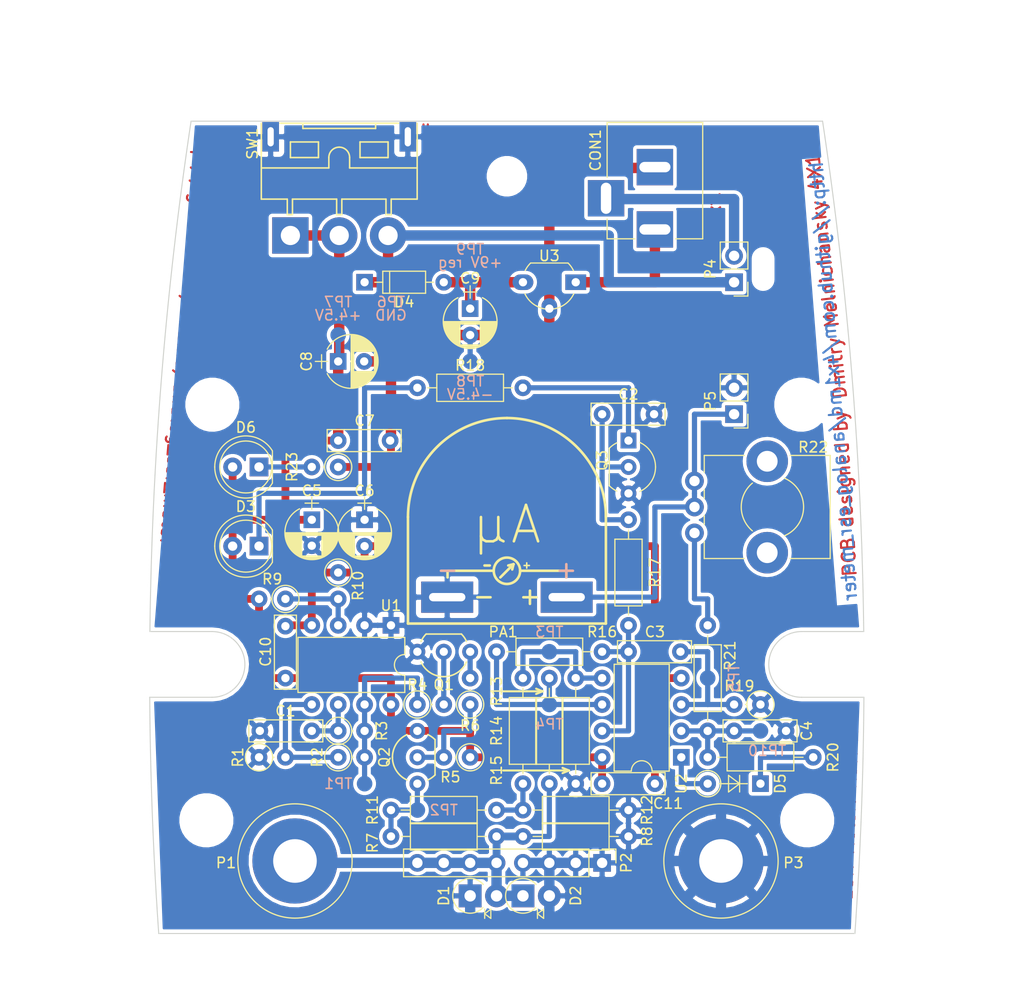
<source format=kicad_pcb>
(kicad_pcb (version 4) (host pcbnew 4.0.7-e2-6376~58~ubuntu16.04.1)
  (title_block (title "Analog ESR meter") (rev A))
  (layers (0 F.Cu signal) (31 B.Cu signal) (34 B.Paste user) (35 F.Paste user) (36 B.SilkS user) (37 F.SilkS user) (38 B.Mask user) (39 F.Mask user) (44 Edge.Cuts user))
  (net 0 "")
  (net 1 "Net-(C1-Pad1)")
  (net 2 "Net-(C2-Pad1)")
  (net 3 GNDREF)
  (net 4 "Net-(C4-Pad1)")
  (net 5 "Net-(CON1-Pad3)")
  (net 6 "Net-(Q1-Pad2)")
  (net 7 "Net-(Q1-Pad1)")
  (net 8 "Net-(R11-Pad1)")
  (net 9 "Net-(C3-Pad2)")
  (net 10 "Net-(D5-Pad2)")
  (net 11 "Net-(Q2-Pad2)")
  (net 12 "Net-(Q2-Pad1)")
  (net 13 "Net-(C3-Pad1)")
  (net 14 /-4.5V)
  (net 15 "Net-(D3-Pad1)")
  (net 16 "Net-(P5-Pad1)")
  (net 17 "Net-(R1-Pad2)")
  (net 18 "Net-(R2-Pad2)")
  (net 19 "Net-(R10-Pad2)")
  (net 20 "Net-(R13-Pad2)")
  (net 21 "Net-(R14-Pad2)")
  (net 22 "Net-(R21-Pad1)")
  (net 23 "Net-(Q3-Pad1)")
  (net 24 "Net-(D6-Pad1)")
  (net 25 "Net-(D5-Pad1)")
  (net 26 /CX)
  (net 27 /+9V_REG)
  (net 28 /EXT_VIN)
  (net 29 /+9V)
  (net 30 /+4.5V)
  (module Resistors_THT:R_Axial_DIN0207_L6.3mm_D2.5mm_P2.54mm_Vertical (layer F.Cu) (at 149.86 104.14 90)
    (fp_text reference R6 (at -2.032 0 180) (layer F.SilkS))
    (fp_text value 12K)
    (pad 1 thru_hole circle (at 0 0 90) (size 1.6 1.6) (drill 0.8) (layers *.Cu *.Paste *.Mask) (net 11 "Net-(Q2-Pad2)"))
    (pad 2 thru_hole oval (at 2.54 0 90) (size 1.6 1.6) (drill 0.8) (layers *.Cu *.Paste *.Mask) (net 7 "Net-(Q1-Pad1)"))
  )
  (module TO_SOT_Packages_THT:TO-92_Inline_Wide (layer F.Cu) (at 149.86 99.06 180)
    (fp_text reference Q1 (at 2.54 -3.175 180) (layer F.SilkS))
    (fp_text value BC547)
    (pad 2 thru_hole circle (at 2.54 0 270) (size 1.524 1.524) (drill 0.8) (layers *.Cu *.Paste *.Mask) (net 6 "Net-(Q1-Pad2)"))
    (pad 3 thru_hole circle (at 5.08 0 270) (size 1.524 1.524) (drill 0.8) (layers *.Cu *.Paste *.Mask) (net 3 GNDREF))
    (pad 1 thru_hole circle (at 0 0 270) (size 1.524 1.524) (drill 0.8) (layers *.Cu *.Paste *.Mask) (net 7 "Net-(Q1-Pad1)"))
  )
  (module Mounting_Holes:MountingHole_3.2mm_M3_DIN965 (layer F.Cu) (at 182.3 115.285)
    (fp_text reference MH5 hide)
    (fp_text value 3.2mm_M3_DIN965)
    (pad "" np_thru_hole circle (at 0 0) (size 3.2 3.2) (drill 3.2) (layers *.Cu *.Paste *.Mask) (clearance 1))
  )
  (module Mounting_Holes:MountingHole_3.2mm_M3_DIN965 (layer F.Cu) (at 124.475 115.285)
    (fp_text reference MH4 hide)
    (fp_text value 3.2mm_M3_DIN965)
    (pad "" np_thru_hole circle (at 0 0) (size 3.2 3.2) (drill 3.2) (layers *.Cu *.Paste *.Mask) (clearance 1))
  )
  (module Mounting_Holes:MountingHole_3.2mm_M3_DIN965 (layer F.Cu) (at 181.73 75.285)
    (fp_text reference MH3 hide)
    (fp_text value 3.2mm_M3_DIN965)
    (pad "" np_thru_hole circle (at 0 0) (size 3.2 3.2) (drill 3.2) (layers *.Cu *.Paste *.Mask) (clearance 1))
  )
  (module Mounting_Holes:MountingHole_3.2mm_M3_DIN965 (layer F.Cu) (at 125.0476 75.285)
    (fp_text reference MH2 hide)
    (fp_text value 3.2mm_M3_DIN965)
    (pad "" np_thru_hole circle (at 0 0) (size 3.2 3.2) (drill 3.2) (layers *.Cu *.Paste *.Mask) (clearance 1))
  )
  (module Potentiometers:Potentiometer_Alps_RK09K_Horizontal (layer F.Cu) (at 171.45 87.63)
    (fp_text reference R22 (at 11.43 -8.255) (layer F.SilkS))
    (fp_text value 10K)
    (pad 3 thru_hole circle (at 0 -5) (size 1.8 1.8) (drill 1) (layers *.Cu *.Paste *.Mask) (net 16 "Net-(P5-Pad1)"))
    (pad 2 thru_hole circle (at 0 -2.5) (size 1.8 1.8) (drill 1) (layers *.Cu *.Paste *.Mask) (net 16 "Net-(P5-Pad1)"))
    (pad 1 thru_hole circle (at 0 0) (size 1.8 1.8) (drill 1) (layers *.Cu *.Paste *.Mask) (net 22 "Net-(R21-Pad1)"))
    (pad 0 thru_hole oval (at 7 -6.9) (size 4 4) (drill 2) (layers *.Cu *.Mask))
    (pad 0 thru_hole oval (at 7 1.9) (size 4 4) (drill 2) (layers *.Cu *.Mask))
  )
  (module TO_SOT_Packages_THT:TO-92_Inline_Wide (layer F.Cu) (at 144.78 111.76 90)
    (fp_text reference Q2 (at 2.54 -3.175 270) (layer F.SilkS))
    (fp_text value BC557)
    (pad 2 thru_hole circle (at 2.54 0 180) (size 1.524 1.524) (drill 0.8) (layers *.Cu *.Paste *.Mask) (net 11 "Net-(Q2-Pad2)"))
    (pad 3 thru_hole circle (at 5.08 0 180) (size 1.524 1.524) (drill 0.8) (layers *.Cu *.Paste *.Mask) (net 30 /+4.5V))
    (pad 1 thru_hole circle (at 0 0 180) (size 1.524 1.524) (drill 0.8) (layers *.Cu *.Paste *.Mask) (net 12 "Net-(Q2-Pad1)"))
  )
  (module Capacitors_THT:CP_Radial_D5.0mm_P2.50mm (layer F.Cu) (at 134.62 86.36 270)
    (fp_text reference C5 (at -2.794 0 540) (layer F.SilkS))
    (fp_text value 1uF)
    (pad 1 thru_hole rect (at 0 0 270) (size 1.6 1.6) (drill 0.8) (layers *.Cu *.Paste *.Mask) (net 30 /+4.5V))
    (pad 2 thru_hole circle (at 2.5 0 270) (size 1.6 1.6) (drill 0.8) (layers *.Cu *.Paste *.Mask) (net 3 GNDREF))
  )
  (module Capacitors_THT:CP_Radial_D5.0mm_P2.50mm (layer F.Cu) (at 139.7 86.36 270)
    (fp_text reference C6 (at -2.794 0 360) (layer F.SilkS))
    (fp_text value 1uF)
    (pad 1 thru_hole rect (at 0 0 270) (size 1.6 1.6) (drill 0.8) (layers *.Cu *.Paste *.Mask) (net 3 GNDREF))
    (pad 2 thru_hole circle (at 2.54 0 270) (size 1.6 1.6) (drill 0.8) (layers *.Cu *.Paste *.Mask) (net 14 /-4.5V))
  )
  (module Capacitors_THT:CP_Radial_D5.0mm_P2.50mm (layer F.Cu) (at 137.16 71.12)
    (fp_text reference C8 (at -3.048 0 270) (layer F.SilkS))
    (fp_text value 22uF)
    (pad 1 thru_hole rect (at 0 0) (size 1.6 1.6) (drill 0.8) (layers *.Cu *.Paste *.Mask) (net 30 /+4.5V))
    (pad 2 thru_hole circle (at 2.5 0) (size 1.6 1.6) (drill 0.8) (layers *.Cu *.Paste *.Mask) (net 14 /-4.5V))
  )
  (module Capacitors_THT:CP_Radial_D5.0mm_P2.50mm (layer F.Cu) (at 149.86 66.04 270)
    (fp_text reference C9 (at -2.921 0 540) (layer F.SilkS))
    (fp_text value 10uF)
    (pad 1 thru_hole rect (at 0 0 270) (size 1.6 1.6) (drill 0.8) (layers *.Cu *.Paste *.Mask) (net 27 /+9V_REG))
    (pad 2 thru_hole circle (at 2.54 0 270) (size 1.6 1.6) (drill 0.8) (layers *.Cu *.Paste *.Mask) (net 14 /-4.5V))
  )
  (module Diodes_THT:D_DO-35_SOD27_P7.62mm_Horizontal (layer F.Cu) (at 139.7 63.5)
    (fp_text reference D4 (at 3.81 1.905 180) (layer F.SilkS))
    (fp_text value BAT60)
    (pad 1 thru_hole rect (at 0 0) (size 1.6 1.6) (drill 0.8) (layers *.Cu *.Paste *.Mask) (net 29 /+9V))
    (pad 2 thru_hole oval (at 7.62 0) (size 1.6 1.6) (drill 0.8) (layers *.Cu *.Paste *.Mask) (net 27 /+9V_REG))
  )
  (module Pin_Headers:Pin_Header_Straight_1x02_Pitch2.54mm (layer F.Cu) (at 175.26 63.5 180)
    (fp_text reference P4 (at 2.286 1.27 270) (layer F.SilkS))
    (fp_text value "9V battery")
    (pad 1 thru_hole rect (at 0 0 180) (size 1.7 1.7) (drill 1) (layers *.Cu *.Paste *.Mask) (net 29 /+9V))
    (pad 2 thru_hole oval (at 0 2.54 180) (size 1.7 1.7) (drill 1) (layers *.Cu *.Paste *.Mask) (net 5 "Net-(CON1-Pad3)"))
  )
  (module Resistors_THT:R_Axial_DIN0207_L6.3mm_D2.5mm_P10.16mm_Horizontal (layer F.Cu) (at 152.4 116.84 180)
    (fp_text reference R7 (at 11.938 -0.635 270) (layer F.SilkS))
    (fp_text value 1K)
    (pad 1 thru_hole circle (at 0 0 180) (size 1.6 1.6) (drill 0.8) (layers *.Cu *.Paste *.Mask) (net 26 /CX))
    (pad 2 thru_hole oval (at 10.16 0 180) (size 1.6 1.6) (drill 0.8) (layers *.Cu *.Paste *.Mask) (net 12 "Net-(Q2-Pad1)"))
  )
  (module Resistors_THT:R_Axial_DIN0207_L6.3mm_D2.5mm_P10.16mm_Horizontal (layer F.Cu) (at 154.94 116.84)
    (fp_text reference R8 (at 11.938 0 270) (layer F.SilkS))
    (fp_text value 22)
    (pad 1 thru_hole circle (at 0 0) (size 1.6 1.6) (drill 0.8) (layers *.Cu *.Paste *.Mask) (net 26 /CX))
    (pad 2 thru_hole oval (at 10.16 0) (size 1.6 1.6) (drill 0.8) (layers *.Cu *.Paste *.Mask) (net 3 GNDREF))
  )
  (module Resistors_THT:R_Axial_DIN0207_L6.3mm_D2.5mm_P10.16mm_Horizontal (layer F.Cu) (at 152.4 114.3 180)
    (fp_text reference R11 (at 11.938 0 450) (layer F.SilkS))
    (fp_text value 1K)
    (pad 1 thru_hole circle (at 0 0 180) (size 1.6 1.6) (drill 0.8) (layers *.Cu *.Paste *.Mask) (net 8 "Net-(R11-Pad1)"))
    (pad 2 thru_hole oval (at 10.16 0 180) (size 1.6 1.6) (drill 0.8) (layers *.Cu *.Paste *.Mask) (net 12 "Net-(Q2-Pad1)"))
  )
  (module Resistors_THT:R_Axial_DIN0207_L6.3mm_D2.5mm_P10.16mm_Horizontal (layer F.Cu) (at 154.94 114.3)
    (fp_text reference R12 (at 11.938 0 270) (layer F.SilkS))
    (fp_text value 22)
    (pad 1 thru_hole circle (at 0 0) (size 1.6 1.6) (drill 0.8) (layers *.Cu *.Paste *.Mask) (net 8 "Net-(R11-Pad1)"))
    (pad 2 thru_hole oval (at 10.16 0) (size 1.6 1.6) (drill 0.8) (layers *.Cu *.Paste *.Mask) (net 3 GNDREF))
  )
  (module Resistors_THT:R_Axial_DIN0207_L6.3mm_D2.5mm_P10.16mm_Horizontal (layer F.Cu) (at 165.1 86.36 270)
    (fp_text reference R17 (at 5.08 -2.54 450) (layer F.SilkS))
    (fp_text value 15K)
    (pad 1 thru_hole circle (at 0 0 270) (size 1.6 1.6) (drill 0.8) (layers *.Cu *.Paste *.Mask) (net 2 "Net-(C2-Pad1)"))
    (pad 2 thru_hole oval (at 10.16 0 270) (size 1.6 1.6) (drill 0.8) (layers *.Cu *.Paste *.Mask) (net 13 "Net-(C3-Pad1)"))
  )
  (module Resistors_THT:R_Axial_DIN0207_L6.3mm_D2.5mm_P10.16mm_Horizontal (layer F.Cu) (at 172.72 96.52 270)
    (fp_text reference R21 (at 2.921 -2.159 450) (layer F.SilkS))
    (fp_text value 1K)
    (pad 1 thru_hole circle (at 0 0 270) (size 1.6 1.6) (drill 0.8) (layers *.Cu *.Paste *.Mask) (net 22 "Net-(R21-Pad1)"))
    (pad 2 thru_hole oval (at 10.16 0 270) (size 1.6 1.6) (drill 0.8) (layers *.Cu *.Paste *.Mask) (net 4 "Net-(C4-Pad1)"))
  )
  (module Pin_Headers:Pin_Header_Straight_1x02_Pitch2.54mm (layer F.Cu) (at 175.26 76.2 180)
    (fp_text reference P5 (at 2.286 1.27 270) (layer F.SilkS))
    (fp_text value "uA connector")
    (pad 1 thru_hole rect (at 0 0 180) (size 1.7 1.7) (drill 1) (layers *.Cu *.Paste *.Mask) (net 16 "Net-(P5-Pad1)"))
    (pad 2 thru_hole oval (at 0 2.54 180) (size 1.7 1.7) (drill 1) (layers *.Cu *.Paste *.Mask) (net 3 GNDREF))
  )
  (module TO_SOT_Packages_THT:TO-92_Molded_Wide_Oval (layer F.Cu) (at 160.02 63.5 180)
    (fp_text reference U3 (at 2.54 2.54 180) (layer F.SilkS))
    (fp_text value LM7809CT)
    (pad 2 thru_hole oval (at 2.54 -2.54 270) (size 2 1.5) (drill 0.8) (layers *.Cu *.Paste *.Mask) (net 14 /-4.5V))
    (pad 1 thru_hole rect (at 0 0 270) (size 1.5 2) (drill 0.8) (layers *.Cu *.Paste *.Mask) (net 28 /EXT_VIN))
    (pad 3 thru_hole oval (at 5.08 0 270) (size 1.5 2) (drill 0.8) (layers *.Cu *.Paste *.Mask) (net 27 /+9V_REG))
  )
  (module TO_SOT_Packages_THT:TO-92_Inline_Wide (layer F.Cu) (at 165.1 78.74 270)
    (fp_text reference Q3 (at 1.905 2.54 450) (layer F.SilkS))
    (fp_text value BC547)
    (pad 2 thru_hole circle (at 2.54 0) (size 1.52 1.52) (drill 0.8) (layers *.Cu *.Paste *.Mask) (net 2 "Net-(C2-Pad1)"))
    (pad 3 thru_hole circle (at 5.08 0) (size 1.52 1.52) (drill 0.8) (layers *.Cu *.Paste *.Mask) (net 3 GNDREF))
    (pad 1 thru_hole rect (at 0 0) (size 1.52 1.52) (drill 0.8) (layers *.Cu *.Paste *.Mask) (net 23 "Net-(Q3-Pad1)"))
  )
  (module Capacitors_THT:C_Rect_L7.0mm_W2.0mm_P5.00mm (layer F.Cu) (at 134.62 106.68 180)
    (fp_text reference C1 (at 2.54 1.905 360) (layer F.SilkS))
    (fp_text value 1nF)
    (pad 1 thru_hole circle (at 0 0 180) (size 1.6 1.6) (drill 0.8) (layers *.Cu *.Paste *.Mask) (net 1 "Net-(C1-Pad1)"))
    (pad 2 thru_hole circle (at 5 0 180) (size 1.6 1.6) (drill 0.8) (layers *.Cu *.Paste *.Mask) (net 3 GNDREF))
  )
  (module Capacitors_THT:C_Rect_L7.0mm_W2.0mm_P5.00mm (layer F.Cu) (at 162.56 76.2)
    (fp_text reference C2 (at 2.54 -1.905 180) (layer F.SilkS))
    (fp_text value 1uF)
    (pad 1 thru_hole circle (at 0 0) (size 1.6 1.6) (drill 0.8) (layers *.Cu *.Paste *.Mask) (net 2 "Net-(C2-Pad1)"))
    (pad 2 thru_hole circle (at 5 0) (size 1.6 1.6) (drill 0.8) (layers *.Cu *.Paste *.Mask) (net 3 GNDREF))
  )
  (module Capacitors_THT:C_Rect_L7.0mm_W2.0mm_P5.00mm (layer F.Cu) (at 165.1 99.06)
    (fp_text reference C3 (at 2.54 -1.905 180) (layer F.SilkS))
    (fp_text value 0.1uF)
    (pad 1 thru_hole circle (at 0 0) (size 1.6 1.6) (drill 0.8) (layers *.Cu *.Paste *.Mask) (net 13 "Net-(C3-Pad1)"))
    (pad 2 thru_hole circle (at 5 0) (size 1.6 1.6) (drill 0.8) (layers *.Cu *.Paste *.Mask) (net 9 "Net-(C3-Pad2)"))
  )
  (module Capacitors_THT:C_Rect_L7.0mm_W2.0mm_P5.00mm (layer F.Cu) (at 175.26 106.68)
    (fp_text reference C4 (at 6.985 0 270) (layer F.SilkS))
    (fp_text value 1uF)
    (pad 1 thru_hole circle (at 0 0) (size 1.6 1.6) (drill 0.8) (layers *.Cu *.Paste *.Mask) (net 4 "Net-(C4-Pad1)"))
    (pad 2 thru_hole circle (at 5 0) (size 1.6 1.6) (drill 0.8) (layers *.Cu *.Paste *.Mask) (net 3 GNDREF))
  )
  (module Capacitors_THT:C_Rect_L7.0mm_W2.0mm_P5.00mm (layer F.Cu) (at 137.16 78.74)
    (fp_text reference C7 (at 2.54 -1.905 180) (layer F.SilkS))
    (fp_text value 0.1uF)
    (pad 1 thru_hole circle (at 0 0) (size 1.6 1.6) (drill 0.8) (layers *.Cu *.Paste *.Mask) (net 30 /+4.5V))
    (pad 2 thru_hole circle (at 5 0) (size 1.6 1.6) (drill 0.8) (layers *.Cu *.Paste *.Mask) (net 14 /-4.5V))
  )
  (module Mounting_Holes:MountingHole_3.2mm_M3_DIN965 (layer F.Cu) (at 153.4 53.3)
    (fp_text reference MH1 hide)
    (fp_text value 3.2mm_M3_DIN965)
    (pad "" np_thru_hole circle (at 0 0) (size 3.2 3.2) (drill 3.2) (layers *.Cu *.Mask B.Paste))
  )
  (module Housings_DIP:DIP-8_W7.62mm (layer F.Cu) (at 142.24 96.52 270)
    (fp_text reference U1 (at -1.905 0 360) (layer F.SilkS))
    (fp_text value TL082)
    (pad 1 thru_hole rect (at 0 0 270) (size 1.6 1.6) (drill 0.8) (layers *.Cu *.Paste *.Mask) (net 3 GNDREF))
    (pad 5 thru_hole oval (at 7.62 7.62 270) (size 1.6 1.6) (drill 0.8) (layers *.Cu *.Paste *.Mask) (net 17 "Net-(R1-Pad2)"))
    (pad 2 thru_hole oval (at 0 2.54 270) (size 1.6 1.6) (drill 0.8) (layers *.Cu *.Paste *.Mask) (net 3 GNDREF))
    (pad 6 thru_hole oval (at 7.62 5.08 270) (size 1.6 1.6) (drill 0.8) (layers *.Cu *.Paste *.Mask) (net 1 "Net-(C1-Pad1)"))
    (pad 3 thru_hole oval (at 0 5.08 270) (size 1.6 1.6) (drill 0.8) (layers *.Cu *.Paste *.Mask) (net 19 "Net-(R10-Pad2)"))
    (pad 7 thru_hole oval (at 7.62 2.54 270) (size 1.6 1.6) (drill 0.8) (layers *.Cu *.Paste *.Mask) (net 18 "Net-(R2-Pad2)"))
    (pad 4 thru_hole oval (at 0 7.62 270) (size 1.6 1.6) (drill 0.8) (layers *.Cu *.Paste *.Mask) (net 14 /-4.5V))
    (pad 8 thru_hole oval (at 7.62 0 270) (size 1.6 1.6) (drill 0.8) (layers *.Cu *.Paste *.Mask) (net 30 /+4.5V))
  )
  (module Housings_DIP:DIP-8_W7.62mm (layer F.Cu) (at 170.18 109.22 180)
    (fp_text reference U2 (at 0 -2.54 450) (layer F.SilkS))
    (fp_text value TL082)
    (pad 1 thru_hole rect (at 0 0 180) (size 1.6 1.6) (drill 0.8) (layers *.Cu *.Paste *.Mask) (net 10 "Net-(D5-Pad2)"))
    (pad 5 thru_hole oval (at 7.62 7.62 180) (size 1.6 1.6) (drill 0.8) (layers *.Cu *.Paste *.Mask) (net 21 "Net-(R14-Pad2)"))
    (pad 2 thru_hole oval (at 0 2.54 180) (size 1.6 1.6) (drill 0.8) (layers *.Cu *.Paste *.Mask) (net 4 "Net-(C4-Pad1)"))
    (pad 6 thru_hole oval (at 7.62 5.08 180) (size 1.6 1.6) (drill 0.8) (layers *.Cu *.Paste *.Mask) (net 20 "Net-(R13-Pad2)"))
    (pad 3 thru_hole oval (at 0 5.08 180) (size 1.6 1.6) (drill 0.8) (layers *.Cu *.Paste *.Mask) (net 9 "Net-(C3-Pad2)"))
    (pad 7 thru_hole oval (at 7.62 2.54 180) (size 1.6 1.6) (drill 0.8) (layers *.Cu *.Paste *.Mask) (net 13 "Net-(C3-Pad1)"))
    (pad 4 thru_hole oval (at 0 7.62 180) (size 1.6 1.6) (drill 0.8) (layers *.Cu *.Paste *.Mask) (net 14 /-4.5V))
    (pad 8 thru_hole oval (at 7.62 0 180) (size 1.6 1.6) (drill 0.8) (layers *.Cu *.Paste *.Mask) (net 30 /+4.5V))
  )
  (module Measurement_Points:Measurement_Point_Round-SMD-Pad_Small (layer B.Cu) (at 139.7 111.76)
    (fp_text reference TP1 (at -2.54 0) (layer B.SilkS) (effects (justify mirror)))
    (fp_text value "Osc. out")
    (pad 1 smd circle (at 0 0) (size 1.5 1.5) (layers B.Cu B.Mask) (net 18 "Net-(R2-Pad2)"))
  )
  (module Measurement_Points:Measurement_Point_Round-SMD-Pad_Small (layer B.Cu) (at 144.78 114.3)
    (fp_text reference TP2 (at 2.54 0) (layer B.SilkS) (effects (justify mirror)))
    (fp_text value Bridge)
    (pad 1 smd circle (at 0 0) (size 1.5 1.5) (layers B.Cu B.Mask) (net 12 "Net-(Q2-Pad1)"))
  )
  (module Measurement_Points:Measurement_Point_Round-SMD-Pad_Small (layer B.Cu) (at 157.48 99.06)
    (fp_text reference TP3 (at 0 -1.905) (layer B.SilkS) (effects (justify mirror)))
    (fp_text value "Amp. (+)")
    (pad 1 smd circle (at 0 0) (size 1.5 1.5) (layers B.Cu B.Mask) (net 21 "Net-(R14-Pad2)"))
  )
  (module Measurement_Points:Measurement_Point_Round-SMD-Pad_Small (layer B.Cu) (at 157.48 104.14)
    (fp_text reference TP4 (at 0 1.905) (layer B.SilkS) (effects (justify mirror)))
    (fp_text value "Amp (-)")
    (pad 1 smd circle (at 0 0) (size 1.5 1.5) (layers B.Cu B.Mask) (net 20 "Net-(R13-Pad2)"))
  )
  (module Measurement_Points:Measurement_Point_Round-SMD-Pad_Small (layer B.Cu) (at 172.72 101.6)
    (fp_text reference TP5 (at 2.54 0 90) (layer B.SilkS) (effects (justify mirror)))
    (fp_text value "Amp. out")
    (pad 1 smd circle (at 0 0) (size 1.5 1.5) (layers B.Cu B.Mask) (net 9 "Net-(C3-Pad2)"))
  )
  (module Measurement_Points:Measurement_Point_Round-SMD-Pad_Small (layer B.Cu) (at 142.24 68.58)
    (fp_text reference TP6 (at 0 -3.175) (layer B.SilkS) (effects (justify mirror)))
    (fp_text value GND (at 0 -1.905) (layer B.SilkS) (effects (justify mirror)))
    (pad 1 smd circle (at 0 0) (size 1.5 1.5) (layers B.Cu B.Mask) (net 3 GNDREF))
  )
  (module Measurement_Points:Measurement_Point_Round-SMD-Pad_Small (layer B.Cu) (at 137.16 68.58)
    (fp_text reference TP7 (at 0 -3.175) (layer B.SilkS) (effects (justify mirror)))
    (fp_text value +4.5V (at 0 -1.905) (layer B.SilkS) (effects (justify mirror)))
    (pad 1 smd circle (at 0 0) (size 1.5 1.5) (layers B.Cu B.Mask) (net 30 /+4.5V))
  )
  (module Measurement_Points:Measurement_Point_Round-SMD-Pad_Small (layer B.Cu) (at 149.86 71.12)
    (fp_text reference TP8 (at 0 1.905) (layer B.SilkS) (effects (justify mirror)))
    (fp_text value -4.5V (at 0 3.175) (layer B.SilkS) (effects (justify mirror)))
    (pad 1 smd circle (at 0 0) (size 1.5 1.5) (layers B.Cu B.Mask) (net 14 /-4.5V))
  )
  (module Measurement_Points:Measurement_Point_Round-SMD-Pad_Small (layer B.Cu) (at 149.86 63.5)
    (fp_text reference TP9 (at 0 -3.175) (layer B.SilkS) (effects (justify mirror)))
    (fp_text value "+9V reg" (at 0 -1.905 180) (layer B.SilkS) (effects (justify mirror)))
    (pad 1 smd circle (at 0 0) (size 1.5 1.5) (layers B.Cu B.Mask) (net 27 /+9V_REG))
  )
  (module Measurement_Points:Measurement_Point_Round-SMD-Pad_Small (layer B.Cu) (at 177.8 106.68)
    (fp_text reference TP10 (at 0.635 1.905) (layer B.SilkS) (effects (justify mirror)))
    (fp_text value Vout)
    (pad 1 smd circle (at 0 0) (size 1.5 1.5) (layers B.Cu B.Mask) (net 4 "Net-(C4-Pad1)"))
  )
  (module Capacitors_THT:C_Rect_L7.0mm_W2.0mm_P5.00mm (layer F.Cu) (at 132.08 101.6 90)
    (fp_text reference C10 (at 2.54 -1.905 90) (layer F.SilkS))
    (fp_text value 0.1uF)
    (pad 1 thru_hole circle (at 0 0 90) (size 1.6 1.6) (drill 0.8) (layers *.Cu *.Paste *.Mask) (net 30 /+4.5V))
    (pad 2 thru_hole circle (at 5 0 90) (size 1.6 1.6) (drill 0.8) (layers *.Cu *.Paste *.Mask) (net 14 /-4.5V))
  )
  (module Capacitors_THT:C_Rect_L7.0mm_W2.0mm_P5.00mm (layer F.Cu) (at 162.56 111.76)
    (fp_text reference C11 (at 6.35 1.905 180) (layer F.SilkS))
    (fp_text value 0.1uF)
    (pad 1 thru_hole circle (at 0 0) (size 1.6 1.6) (drill 0.8) (layers *.Cu *.Paste *.Mask) (net 30 /+4.5V))
    (pad 2 thru_hole circle (at 5.08 0) (size 1.6 1.6) (drill 0.8) (layers *.Cu *.Paste *.Mask) (net 14 /-4.5V))
  )
  (module ESR_Meter_Footprints:Banana_Jack_1Pin (layer F.Cu) (at 133 119.2)
    (fp_text reference P1 (at -6.635 0.18) (layer F.SilkS))
    (fp_text value Cx+)
    (pad 1 thru_hole circle (at 0 0) (size 8.2 8.2) (drill 4.2) (layers *.Cu *.Paste *.Mask) (net 26 /CX))
  )
  (module ESR_Meter_Footprints:Banana_Jack_1Pin (layer F.Cu) (at 174 119.2)
    (fp_text reference P3 (at 6.975 0.18) (layer F.SilkS))
    (fp_text value Cx-)
    (pad 1 thru_hole circle (at 0 0) (size 8.2 8.2) (drill 4.2) (layers *.Cu *.Paste *.Mask) (net 3 GNDREF))
  )
  (module ESR_Meter_Footprints:Switch_Slide_SPDT_THT_5MS1S102AM6QES (layer F.Cu) (at 132.56 59 180)
    (fp_text reference SW1 (at 3.655 8.835 270) (layer F.SilkS))
    (fp_text value On/Off)
    (pad 4 thru_hole rect (at 1.9 9.5 180) (size 1.6 2.85) (drill oval 0.6 1.85) (layers *.Cu *.Paste *.Mask) (net 3 GNDREF))
    (pad 4 thru_hole rect (at -11.3 9.5 180) (size 1.6 2.85) (drill oval 0.6 1.85) (layers *.Cu *.Paste *.Mask) (net 3 GNDREF))
    (pad 1 thru_hole rect (at 0 0 180) (size 3.5 3.5) (drill 1.85) (layers *.Cu *.Paste *.Mask) (net 30 /+4.5V))
    (pad 2 thru_hole circle (at -4.7 0 180) (size 3.5 3.5) (drill 1.85) (layers *.Cu *.Paste *.Mask) (net 30 /+4.5V))
    (pad 3 thru_hole circle (at -9.4 0 180) (size 3.5 3.5) (drill 1.85) (layers *.Cu *.Paste *.Mask) (net 29 /+9V))
  )
  (module Resistors_THT:R_Axial_DIN0207_L6.3mm_D2.5mm_P2.54mm_Vertical (layer F.Cu) (at 129.54 109.22)
    (fp_text reference R1 (at -2.032 0 270) (layer F.SilkS))
    (fp_text value 1.5K)
    (pad 1 thru_hole circle (at 0 0) (size 1.6 1.6) (drill 0.8) (layers *.Cu *.Paste *.Mask) (net 3 GNDREF))
    (pad 2 thru_hole oval (at 2.54 0) (size 1.6 1.6) (drill 0.8) (layers *.Cu *.Paste *.Mask) (net 17 "Net-(R1-Pad2)"))
  )
  (module Resistors_THT:R_Axial_DIN0207_L6.3mm_D2.5mm_P2.54mm_Vertical (layer F.Cu) (at 137.16 109.22)
    (fp_text reference R2 (at -2.032 0 90) (layer F.SilkS))
    (fp_text value 10K)
    (pad 1 thru_hole circle (at 0 0) (size 1.6 1.6) (drill 0.8) (layers *.Cu *.Paste *.Mask) (net 17 "Net-(R1-Pad2)"))
    (pad 2 thru_hole oval (at 2.54 0) (size 1.6 1.6) (drill 0.8) (layers *.Cu *.Paste *.Mask) (net 18 "Net-(R2-Pad2)"))
  )
  (module Resistors_THT:R_Axial_DIN0207_L6.3mm_D2.5mm_P2.54mm_Vertical (layer F.Cu) (at 137.16 106.68)
    (fp_text reference R3 (at 4.191 0 90) (layer F.SilkS))
    (fp_text value 10K)
    (pad 1 thru_hole circle (at 0 0) (size 1.6 1.6) (drill 0.8) (layers *.Cu *.Paste *.Mask) (net 1 "Net-(C1-Pad1)"))
    (pad 2 thru_hole oval (at 2.54 0) (size 1.6 1.6) (drill 0.8) (layers *.Cu *.Paste *.Mask) (net 18 "Net-(R2-Pad2)"))
  )
  (module Resistors_THT:R_Axial_DIN0207_L6.3mm_D2.5mm_P2.54mm_Vertical (layer F.Cu) (at 144.78 104.14)
    (fp_text reference R4 (at 0 -1.905) (layer F.SilkS))
    (fp_text value 68K)
    (pad 1 thru_hole circle (at 0 0) (size 1.6 1.6) (drill 0.8) (layers *.Cu *.Paste *.Mask) (net 18 "Net-(R2-Pad2)"))
    (pad 2 thru_hole oval (at 2.54 0) (size 1.6 1.6) (drill 0.8) (layers *.Cu *.Paste *.Mask) (net 6 "Net-(Q1-Pad2)"))
  )
  (module Resistors_THT:R_Axial_DIN0207_L6.3mm_D2.5mm_P2.54mm_Vertical (layer F.Cu) (at 149.86 109.22 180)
    (fp_text reference R5 (at 1.905 -1.905 360) (layer F.SilkS))
    (fp_text value 4.7K)
    (pad 1 thru_hole circle (at 0 0 180) (size 1.6 1.6) (drill 0.8) (layers *.Cu *.Paste *.Mask) (net 30 /+4.5V))
    (pad 2 thru_hole oval (at 2.54 0 180) (size 1.6 1.6) (drill 0.8) (layers *.Cu *.Paste *.Mask) (net 11 "Net-(Q2-Pad2)"))
  )
  (module Resistors_THT:R_Axial_DIN0207_L6.3mm_D2.5mm_P10.16mm_Horizontal (layer F.Cu) (at 157.48 111.76 90)
    (fp_text reference R13 (at 8.89 -5.08 270) (layer F.SilkS))
    (fp_text value 1K)
    (pad 1 thru_hole circle (at 0 0 90) (size 1.6 1.6) (drill 0.8) (layers *.Cu *.Paste *.Mask) (net 26 /CX))
    (pad 2 thru_hole oval (at 10.16 0 90) (size 1.6 1.6) (drill 0.8) (layers *.Cu *.Paste *.Mask) (net 20 "Net-(R13-Pad2)"))
  )
  (module Resistors_THT:R_Axial_DIN0207_L6.3mm_D2.5mm_P10.16mm_Horizontal (layer F.Cu) (at 154.94 111.76 90)
    (fp_text reference R14 (at 5.08 -2.54 90) (layer F.SilkS))
    (fp_text value 1K)
    (pad 1 thru_hole circle (at 0 0 90) (size 1.6 1.6) (drill 0.8) (layers *.Cu *.Paste *.Mask) (net 8 "Net-(R11-Pad1)"))
    (pad 2 thru_hole oval (at 10.16 0 90) (size 1.6 1.6) (drill 0.8) (layers *.Cu *.Paste *.Mask) (net 21 "Net-(R14-Pad2)"))
  )
  (module Resistors_THT:R_Axial_DIN0207_L6.3mm_D2.5mm_P10.16mm_Horizontal (layer F.Cu) (at 152.4 99.06)
    (fp_text reference R16 (at 10.16 -1.905) (layer F.SilkS))
    (fp_text value 47K)
    (pad 1 thru_hole circle (at 0 0) (size 1.6 1.6) (drill 0.8) (layers *.Cu *.Paste *.Mask) (net 20 "Net-(R13-Pad2)"))
    (pad 2 thru_hole oval (at 10.16 0) (size 1.6 1.6) (drill 0.8) (layers *.Cu *.Paste *.Mask) (net 13 "Net-(C3-Pad1)"))
  )
  (module LEDs:LED_D5.0mm (layer F.Cu) (at 129.54 88.9 180)
    (fp_text reference D3 (at 1.27 3.81 360) (layer F.SilkS))
    (fp_text value Red)
    (pad 1 thru_hole rect (at 0 0 180) (size 1.8 1.8) (drill 0.9) (layers *.Cu *.Paste *.Mask) (net 15 "Net-(D3-Pad1)"))
    (pad 2 thru_hole circle (at 2.54 0 180) (size 1.8 1.8) (drill 0.9) (layers *.Cu *.Paste *.Mask) (net 30 /+4.5V))
  )
  (module LEDs:LED_D5.0mm (layer F.Cu) (at 129.54 81.28 180)
    (fp_text reference D6 (at 1.27 3.81 360) (layer F.SilkS))
    (fp_text value Green)
    (pad 1 thru_hole rect (at 0 0 180) (size 1.8 1.8) (drill 0.9) (layers *.Cu *.Paste *.Mask) (net 24 "Net-(D6-Pad1)"))
    (pad 2 thru_hole circle (at 2.54 0 180) (size 1.8 1.8) (drill 0.9) (layers *.Cu *.Paste *.Mask) (net 30 /+4.5V))
  )
  (module Resistors_THT:R_Axial_DIN0207_L6.3mm_D2.5mm_P2.54mm_Vertical (layer F.Cu) (at 132.08 93.98 180)
    (fp_text reference R9 (at 1.27 1.905 360) (layer F.SilkS))
    (fp_text value 10K)
    (pad 1 thru_hole circle (at 0 0 180) (size 1.6 1.6) (drill 0.8) (layers *.Cu *.Paste *.Mask) (net 19 "Net-(R10-Pad2)"))
    (pad 2 thru_hole oval (at 2.54 0 180) (size 1.6 1.6) (drill 0.8) (layers *.Cu *.Paste *.Mask) (net 30 /+4.5V))
  )
  (module Resistors_THT:R_Axial_DIN0207_L6.3mm_D2.5mm_P2.54mm_Vertical (layer F.Cu) (at 137.16 91.44 270)
    (fp_text reference R10 (at 1.27 -1.905 270) (layer F.SilkS))
    (fp_text value 10K)
    (pad 1 thru_hole circle (at 0 0 270) (size 1.6 1.6) (drill 0.8) (layers *.Cu *.Paste *.Mask) (net 14 /-4.5V))
    (pad 2 thru_hole oval (at 2.54 0 270) (size 1.6 1.6) (drill 0.8) (layers *.Cu *.Paste *.Mask) (net 19 "Net-(R10-Pad2)"))
  )
  (module Resistors_THT:R_Axial_DIN0207_L6.3mm_D2.5mm_P2.54mm_Vertical (layer F.Cu) (at 177.8 104.14 180)
    (fp_text reference R19 (at 2.032 1.778 360) (layer F.SilkS))
    (fp_text value 47K)
    (pad 1 thru_hole circle (at 0 0 180) (size 1.6 1.6) (drill 0.8) (layers *.Cu *.Paste *.Mask) (net 3 GNDREF))
    (pad 2 thru_hole oval (at 2.54 0 180) (size 1.6 1.6) (drill 0.8) (layers *.Cu *.Paste *.Mask) (net 9 "Net-(C3-Pad2)"))
  )
  (module Resistors_THT:R_Axial_DIN0207_L6.3mm_D2.5mm_P2.54mm_Vertical (layer F.Cu) (at 137.16 81.28 180)
    (fp_text reference R23 (at 4.445 0 270) (layer F.SilkS))
    (fp_text value 470)
    (pad 1 thru_hole circle (at 0 0 180) (size 1.6 1.6) (drill 0.8) (layers *.Cu *.Paste *.Mask) (net 14 /-4.5V))
    (pad 2 thru_hole oval (at 2.54 0 180) (size 1.6 1.6) (drill 0.8) (layers *.Cu *.Paste *.Mask) (net 24 "Net-(D6-Pad1)"))
  )
  (module Resistors_THT:R_Axial_DIN0207_L6.3mm_D2.5mm_P10.16mm_Horizontal (layer F.Cu) (at 160.02 111.76 90)
    (fp_text reference R15 (at 1.27 -7.62 90) (layer F.SilkS))
    (fp_text value 47K)
    (pad 1 thru_hole circle (at 0 0 90) (size 1.6 1.6) (drill 0.8) (layers *.Cu *.Paste *.Mask) (net 3 GNDREF))
    (pad 2 thru_hole oval (at 10.16 0 90) (size 1.6 1.6) (drill 0.8) (layers *.Cu *.Paste *.Mask) (net 21 "Net-(R14-Pad2)"))
  )
  (module ESR_Meter_Footprints:Microampermeter (layer F.Cu) (at 153.4 93.81)
    (fp_text reference PA1 (at -0.365 3.345) (layer F.SilkS))
    (fp_text value 50-250uA)
    (fp_text user μA (at 0 -6.985) (layer F.SilkS) (effects (font (size 3.5 3.5) (thickness 0.25))))
    (pad 2 thru_hole rect (at -5.75 0) (size 5 3) (drill oval 3.5 0.8) (layers *.Cu *.Mask B.Paste) (net 3 GNDREF))
    (pad 1 thru_hole rect (at 5.75 0) (size 5 3) (drill oval 3.5 0.8) (layers *.Cu *.Mask B.Paste) (net 16 "Net-(P5-Pad1)"))
  )
  (module Resistors_THT:R_Axial_DIN0207_L6.3mm_D2.5mm_P10.16mm_Horizontal (layer F.Cu) (at 154.94 73.66 180)
    (fp_text reference R18 (at 5.08 2.159 360) (layer F.SilkS))
    (fp_text value 470)
    (pad 1 thru_hole circle (at 0 0 180) (size 1.6 1.6) (drill 0.8) (layers *.Cu *.Paste *.Mask) (net 23 "Net-(Q3-Pad1)"))
    (pad 2 thru_hole oval (at 10.16 0 180) (size 1.6 1.6) (drill 0.8) (layers *.Cu *.Paste *.Mask) (net 15 "Net-(D3-Pad1)"))
  )
  (module ESR_Meter_Footprints:BARREL_JACK_PCB_EDGE (layer F.Cu) (at 167.64 58.42 270)
    (fp_text reference CON1 (at -7.62 5.715 450) (layer F.SilkS))
    (fp_text value "External power")
    (pad 1 thru_hole rect (at 0 0 270) (size 3.5 3.5) (drill oval 1 3) (layers *.Cu *.Paste *.Mask) (net 28 /EXT_VIN))
    (pad 2 thru_hole rect (at -6 0 270) (size 3.5 3.5) (drill oval 1 3) (layers *.Cu *.Paste *.Mask) (net 14 /-4.5V))
    (pad 3 thru_hole rect (at -3 4.7 270) (size 3.5 3.5) (drill oval 3 1) (layers *.Cu *.Paste *.Mask) (net 5 "Net-(CON1-Pad3)"))
  )
  (module Diodes_THT:D_DO-35_SOD27_P5.08mm_Vertical_KathodeUp (layer F.Cu) (at 177.8 111.76 180)
    (fp_text reference D5 (at -1.905 0 270) (layer F.SilkS))
    (fp_text value 1N4148)
    (pad 1 thru_hole rect (at 0 0 180) (size 1.6 1.6) (drill 0.8) (layers *.Cu *.Paste *.Mask) (net 25 "Net-(D5-Pad1)"))
    (pad 2 thru_hole oval (at 5.08 0 180) (size 1.6 1.6) (drill 0.8) (layers *.Cu *.Paste *.Mask) (net 10 "Net-(D5-Pad2)"))
  )
  (module Resistors_THT:R_Axial_DIN0207_L6.3mm_D2.5mm_P10.16mm_Horizontal (layer F.Cu) (at 172.72 109.22)
    (fp_text reference R20 (at 12.065 0 90) (layer F.SilkS))
    (fp_text value 47)
    (pad 1 thru_hole circle (at 0 0) (size 1.6 1.6) (drill 0.8) (layers *.Cu *.Paste *.Mask) (net 4 "Net-(C4-Pad1)"))
    (pad 2 thru_hole oval (at 10.16 0) (size 1.6 1.6) (drill 0.8) (layers *.Cu *.Paste *.Mask) (net 25 "Net-(D5-Pad1)"))
  )
  (module Socket_Strips:Socket_Strip_Straight_1x08_Pitch2.54mm (layer F.Cu) (at 162.56 119.38 270)
    (fp_text reference P2 (at 0 -2.33 270) (layer F.SilkS))
    (fp_text value Cx)
    (pad 1 thru_hole rect (at 0 0 270) (size 1.7 1.7) (drill 1) (layers *.Cu *.Paste *.Mask) (net 3 GNDREF))
    (pad 2 thru_hole oval (at 0 2.54 270) (size 1.7 1.7) (drill 1) (layers *.Cu *.Paste *.Mask) (net 3 GNDREF))
    (pad 3 thru_hole oval (at 0 5.08 270) (size 1.7 1.7) (drill 1) (layers *.Cu *.Paste *.Mask) (net 3 GNDREF))
    (pad 4 thru_hole oval (at 0 7.62 270) (size 1.7 1.7) (drill 1) (layers *.Cu *.Paste *.Mask) (net 3 GNDREF))
    (pad 5 thru_hole oval (at 0 10.16 270) (size 1.7 1.7) (drill 1) (layers *.Cu *.Paste *.Mask) (net 26 /CX))
    (pad 6 thru_hole oval (at 0 12.7 270) (size 1.7 1.7) (drill 1) (layers *.Cu *.Paste *.Mask) (net 26 /CX))
    (pad 7 thru_hole oval (at 0 15.24 270) (size 1.7 1.7) (drill 1) (layers *.Cu *.Paste *.Mask) (net 26 /CX))
    (pad 8 thru_hole oval (at 0 17.78 270) (size 1.7 1.7) (drill 1) (layers *.Cu *.Paste *.Mask) (net 26 /CX))
  )
  (module Diodes_THT:D_DO-41_SOD81_P2.54mm_Vertical_AnodeUp (layer F.Cu) (at 149.86 122.555)
    (fp_text reference D1 (at -2.54 0 90) (layer F.SilkS))
    (fp_text value 1N4001)
    (pad 1 thru_hole rect (at 0 0) (size 2.2 2.2) (drill 1.1) (layers *.Cu *.Paste *.Mask) (net 3 GNDREF))
    (pad 2 thru_hole oval (at 2.54 0) (size 2.2 2.2) (drill 1.1) (layers *.Cu *.Paste *.Mask) (net 26 /CX))
  )
  (module Diodes_THT:D_DO-41_SOD81_P2.54mm_Vertical_AnodeUp (layer F.Cu) (at 154.94 122.555)
    (fp_text reference D2 (at 5.08 0 90) (layer F.SilkS))
    (fp_text value 1N4001)
    (pad 1 thru_hole rect (at 0 0) (size 2.2 2.2) (drill 1.1) (layers *.Cu *.Paste *.Mask) (net 26 /CX))
    (pad 2 thru_hole oval (at 2.54 0) (size 2.2 2.2) (drill 1.1) (layers *.Cu *.Paste *.Mask) (net 3 GNDREF))
  )
  (module ESR_Meter_Footprints:1.5mmx3.2mm_hole_for_wires (layer F.Cu) (at 178.054 62.23)
    (fp_text reference MH** hide)
    (fp_text value 1.5mmx3.2mm_hole_for_wires)
    (pad "" np_thru_hole oval (at 0 0) (size 1.5 3.5) (drill oval 1.5 3.5) (layers *.Cu *.Paste *.Mask))
  )
  (module ESR_Meter_Footprints:KiCad-Logo_SolderMask (layer B.Cu) (at 167.005 69.215 180)
    (fp_text reference REF*** hide)
    (fp_text value KiCad-Logo_Copper hide)
  )
  (gr_text "Zero adj." (at 179.07 92.71) (layer F.Cu) (effects (font (size 1.5 1.5) (thickness 0.25))))
  (gr_text + (at 177.8 65.405 90) (layer F.Cu) (effects (font (size 1.5 1.5) (thickness 0.2))))
  (gr_text - (at 177.8 59.055 90) (layer F.Cu) (effects (font (size 1.5 1.5) (thickness 0.2))))
  (gr_text "Dmitry Melnichansky 4X1MD" (at 184 61.595 96.5) (layer F.Cu) (effects (font (size 1.25 1.25) (thickness 0.2))))
  (gr_arc (start 476.360462 101.214969) (end 123 48) (angle -7.907509114) (layer Edge.Cuts) (width 0.1))
  (gr_text http://github.com/4x1md/analog_esr_meter (at 184.8 73.025 94.5) (layer B.Cu) (effects (font (size 1.25 1.25) (thickness 0.2)) (justify mirror)))
  (gr_text "ESR Meter. Rev. A" (at 186.3 114.808 88) (layer F.Cu) (effects (font (size 1.2 1.2) (thickness 0.2))))
  (gr_text http://github.com/4x1md/analog_esr_meter (at 122.4 68.58 265) (layer F.Cu) (effects (font (size 1.2 1.2) (thickness 0.2))))
  (gr_text "PCB designed by" (at 185.928 83.82 93.5) (layer F.Cu) (effects (font (size 1.25 1.25) (thickness 0.2))))
  (gr_text "Analog ESR Meter\nRevision A\nJan. 2018" (at 167.64 69.85) (layer F.Cu) (effects (font (size 1.25 1.25) (thickness 0.2))))
  (gr_text Short (at 124.206 88.9 270) (layer F.Cu) (effects (font (size 1.5 1.5) (thickness 0.2))))
  (gr_text On (at 124.206 81.28 270) (layer F.Cu) (effects (font (size 1.5 1.5) (thickness 0.2))))
  (gr_text Cx (at 132.715 112.395) (layer F.Cu) (effects (font (size 1.5 1.5) (thickness 0.2))))
  (gr_text "μA out" (at 177.8 74.295 90) (layer F.Cu) (effects (font (size 1.5 1.5) (thickness 0.2))))
  (gr_text "9V BAT" (at 180.467 62.23 90) (layer F.Cu) (effects (font (size 1.5 1.5) (thickness 0.2))))
  (gr_text "Ext. power" (at 173.355 53.34 90) (layer F.Cu) (effects (font (size 1.25 1.25) (thickness 0.2))))
  (gr_text On/Off (at 146.05 51.435 90) (layer F.Cu) (effects (font (size 1.25 1.25) (thickness 0.2))))
  (gr_line (start 159.385 110.49) (end 158.75 110.744) (angle 90) (layer F.SilkS) (width 0.2))
  (gr_line (start 159.385 110.49) (end 158.75 110.236) (angle 90) (layer F.SilkS) (width 0.2))
  (gr_line (start 153.035 110.49) (end 159.385 110.49) (angle 90) (layer F.SilkS) (width 0.2))
  (gr_line (start 156.845 102.87) (end 156.21 103.124) (angle 90) (layer F.SilkS) (width 0.2))
  (gr_line (start 156.845 102.87) (end 156.21 102.616) (angle 90) (layer F.SilkS) (width 0.2))
  (gr_line (start 153.035 102.87) (end 156.845 102.87) (angle 90) (layer F.SilkS) (width 0.2))
  (gr_line (start 183.777337 48) (end 123 48) (layer Edge.Cuts) (width 0.1))
  (gr_arc (start -169.583125 101.214969) (end 187.738404 97.119337) (angle -7.907509114) (layer Edge.Cuts) (width 0.1))
  (gr_line (start 181.762789 97.119337) (end 187.738404 97.119337) (layer Edge.Cuts) (width 0.1))
  (gr_arc (start 181.762789 100.282062) (end 181.762789 97.119337) (angle -180) (layer Edge.Cuts) (width 0.1))
  (gr_line (start 187.754918 103.444786) (end 181.762789 103.444786) (layer Edge.Cuts) (width 0.1))
  (gr_arc (start -169.583125 101.214969) (end 186.888669 126.181137) (angle -3.648749451) (layer Edge.Cuts) (width 0.1))
  (gr_line (start 119.888669 126.181137) (end 186.888669 126.181137) (layer Edge.Cuts) (width 0.1))
  (gr_arc (start 476.360462 101.214969) (end 119.022419 103.444786) (angle -3.648749451) (layer Edge.Cuts) (width 0.1))
  (gr_line (start 125.014548 103.444786) (end 119.022419 103.444786) (layer Edge.Cuts) (width 0.1))
  (gr_arc (start 125.014548 100.282062) (end 125.014548 103.444786) (angle -180) (layer Edge.Cuts) (width 0.1))
  (gr_line (start 119.038933 97.119337) (end 125.014548 97.119337) (layer Edge.Cuts) (width 0.1))
  (segment (start 137.16 104.14) (end 137.16 106.68) (width 0.5) (layer B.Cu) (net 1))
  (segment (start 137.16 106.68) (end 134.62 106.68) (width 0.5) (layer B.Cu) (net 1))
  (segment (start 162.56 81.28) (end 162.56 76.2) (width 0.5) (layer B.Cu) (net 2))
  (segment (start 165.1 86.36) (end 162.56 86.36) (width 0.5) (layer B.Cu) (net 2))
  (segment (start 162.56 81.28) (end 165.1 81.28) (width 0.5) (layer B.Cu) (net 2))
  (segment (start 162.56 86.36) (end 162.56 81.28) (width 0.5) (layer B.Cu) (net 2))
  (segment (start 149.86 122.555) (end 149.86 125.095) (width 1) (layer B.Cu) (net 3))
  (segment (start 157.48 125.095) (end 157.48 122.555) (width 1) (layer B.Cu) (net 3))
  (segment (start 149.86 125.095) (end 157.48 125.095) (width 1) (layer B.Cu) (net 3))
  (segment (start 157.48 122.555) (end 157.48 119.38) (width 1) (layer B.Cu) (net 3))
  (segment (start 157.48 119.38) (end 160.02 119.38) (width 1) (layer B.Cu) (net 3))
  (segment (start 160.02 119.38) (end 162.56 119.38) (width 1) (layer B.Cu) (net 3))
  (via (at 162.56 119.38) (size 0.6) (drill 0.4) (layers F.Cu B.Cu) (net 3))
  (segment (start 154.94 119.38) (end 157.48 119.38) (width 1) (layer B.Cu) (net 3))
  (segment (start 174 119.2) (end 178.89 119.2) (width 1) (layer B.Cu) (net 3))
  (segment (start 174 119.2) (end 174 114.31) (width 1) (layer B.Cu) (net 3))
  (segment (start 174 114.31) (end 173.99 114.3) (width 1) (layer B.Cu) (net 3))
  (segment (start 174 124.45) (end 173.99 124.46) (width 1) (layer B.Cu) (net 3))
  (segment (start 174 119.2) (end 174 124.45) (width 1) (layer B.Cu) (net 3))
  (segment (start 174 119.2) (end 169.09 119.2) (width 1) (layer B.Cu) (net 3))
  (segment (start 174.17 119.2) (end 177.8 115.57) (width 1) (layer B.Cu) (net 3))
  (segment (start 174 119.2) (end 174 119.39) (width 1) (layer B.Cu) (net 3))
  (segment (start 174 119.39) (end 177.8 123.19) (width 1) (layer B.Cu) (net 3))
  (segment (start 174 119.2) (end 173.81 119.2) (width 1) (layer B.Cu) (net 3))
  (segment (start 173.81 119.2) (end 170.18 115.57) (width 1) (layer B.Cu) (net 3))
  (segment (start 174 119.2) (end 174 119.37) (width 1) (layer B.Cu) (net 3))
  (segment (start 174 119.37) (end 170.18 123.19) (width 1) (layer B.Cu) (net 3))
  (segment (start 174 119.2) (end 174.17 119.2) (width 1) (layer B.Cu) (net 3))
  (segment (start 177.8 106.68) (end 175.26 106.68) (width 0.5) (layer B.Cu) (net 4))
  (segment (start 172.72 109.22) (end 172.72 106.68) (width 0.5) (layer B.Cu) (net 4))
  (segment (start 170.18 106.68) (end 172.72 106.68) (width 0.5) (layer B.Cu) (net 4))
  (segment (start 172.72 106.68) (end 175.26 106.68) (width 0.5) (layer B.Cu) (net 4))
  (segment (start 175.26 60.96) (end 175.26 55.5) (width 1) (layer B.Cu) (net 5))
  (segment (start 175.26 55.5) (end 162.94 55.5) (width 1) (layer B.Cu) (net 5))
  (segment (start 147.32 99.06) (end 147.32 104.14) (width 0.5) (layer B.Cu) (net 6))
  (segment (start 149.86 99.06) (end 149.86 101.6) (width 0.5) (layer B.Cu) (net 7))
  (segment (start 154.94 111.76) (end 154.94 114.3) (width 0.5) (layer B.Cu) (net 8))
  (segment (start 154.94 114.3) (end 152.4 114.3) (width 0.5) (layer B.Cu) (net 8))
  (segment (start 172.72 104.14) (end 175.26 104.14) (width 0.5) (layer B.Cu) (net 9))
  (segment (start 170.1 99.06) (end 172.72 99.06) (width 0.5) (layer B.Cu) (net 9))
  (segment (start 172.72 99.06) (end 172.72 101.6) (width 0.5) (layer B.Cu) (net 9))
  (segment (start 172.72 101.6) (end 172.72 104.14) (width 0.5) (layer B.Cu) (net 9))
  (segment (start 172.72 104.14) (end 170.18 104.14) (width 0.5) (layer B.Cu) (net 9))
  (segment (start 170.18 109.22) (end 170.18 111.76) (width 0.5) (layer B.Cu) (net 10))
  (segment (start 170.18 111.76) (end 172.72 111.76) (width 0.5) (layer B.Cu) (net 10))
  (segment (start 144.78 109.22) (end 147.32 109.22) (width 0.5) (layer B.Cu) (net 11))
  (segment (start 147.32 106.68) (end 149.86 106.68) (width 0.5) (layer B.Cu) (net 11))
  (segment (start 147.32 109.22) (end 147.32 106.68) (width 0.5) (layer B.Cu) (net 11))
  (segment (start 149.86 104.14) (end 149.86 106.68) (width 0.5) (layer B.Cu) (net 11))
  (segment (start 142.24 114.3) (end 144.78 114.3) (width 0.5) (layer B.Cu) (net 12))
  (segment (start 144.78 114.3) (end 144.78 111.76) (width 0.5) (layer B.Cu) (net 12))
  (segment (start 142.24 116.84) (end 142.24 114.3) (width 0.5) (layer B.Cu) (net 12))
  (segment (start 162.56 99.06) (end 165.1 99.06) (width 0.5) (layer B.Cu) (net 13))
  (segment (start 165.1 99.06) (end 165.1 96.52) (width 0.5) (layer B.Cu) (net 13))
  (segment (start 165.1 99.06) (end 165.1 106.68) (width 0.5) (layer B.Cu) (net 13))
  (segment (start 165.1 106.68) (end 162.56 106.68) (width 0.5) (layer B.Cu) (net 13))
  (segment (start 139.66 71.12) (end 142.24 71.12) (width 1) (layer F.Cu) (net 14))
  (segment (start 137.16 91.44) (end 139.7 91.44) (width 0.75) (layer F.Cu) (net 14))
  (segment (start 139.7 91.44) (end 139.7 88.9) (width 0.75) (layer F.Cu) (net 14))
  (segment (start 142.24 81.28) (end 142.24 78.82) (width 0.75) (layer F.Cu) (net 14))
  (segment (start 142.24 78.82) (end 142.24 73.66) (width 1) (layer F.Cu) (net 14))
  (segment (start 167.64 52.5) (end 157.48 52.5) (width 1) (layer F.Cu) (net 14))
  (segment (start 157.48 66.04) (end 157.48 52.5) (width 1) (layer F.Cu) (net 14))
  (segment (start 157.48 66.04) (end 157.48 68.58) (width 1) (layer F.Cu) (net 14))
  (segment (start 157.48 68.58) (end 149.86 68.58) (width 1) (layer F.Cu) (net 14))
  (segment (start 149.86 68.58) (end 142.24 68.58) (width 1) (layer F.Cu) (net 14))
  (segment (start 149.86 71.12) (end 149.86 68.58) (width 0.5) (layer B.Cu) (net 14))
  (segment (start 139.7 88.9) (end 142.24 88.9) (width 0.75) (layer F.Cu) (net 14))
  (segment (start 142.24 88.9) (end 167.64 88.9) (width 0.75) (layer F.Cu) (net 14))
  (segment (start 134.62 96.52) (end 134.62 91.44) (width 0.75) (layer F.Cu) (net 14))
  (segment (start 134.62 91.44) (end 137.16 91.44) (width 0.75) (layer F.Cu) (net 14))
  (segment (start 167.64 111.76) (end 167.64 101.6) (width 0.75) (layer F.Cu) (net 14))
  (segment (start 167.64 101.6) (end 170.18 101.6) (width 0.75) (layer F.Cu) (net 14))
  (segment (start 134.62 96.52) (end 132.08 96.52) (width 0.75) (layer F.Cu) (net 14))
  (segment (start 167.64 88.9) (end 167.64 101.6) (width 0.75) (layer F.Cu) (net 14))
  (segment (start 137.16 81.28) (end 142.24 81.28) (width 0.75) (layer F.Cu) (net 14))
  (segment (start 142.24 88.9) (end 142.24 81.28) (width 0.75) (layer F.Cu) (net 14))
  (segment (start 142.24 73.66) (end 142.24 71.12) (width 1) (layer F.Cu) (net 14))
  (segment (start 142.24 71.12) (end 142.24 68.58) (width 1) (layer F.Cu) (net 14))
  (segment (start 142.16 68.5) (end 142.24 68.58) (width 0.5) (layer F.Cu) (net 14))
  (segment (start 144.78 73.66) (end 142.24 73.66) (width 0.5) (layer B.Cu) (net 15))
  (segment (start 129.54 83.82) (end 139.7 83.82) (width 0.5) (layer B.Cu) (net 15))
  (segment (start 129.54 83.82) (end 129.54 88.9) (width 0.5) (layer B.Cu) (net 15))
  (segment (start 139.7 83.82) (end 139.7 73.66) (width 0.5) (layer B.Cu) (net 15))
  (segment (start 139.7 73.66) (end 142.24 73.66) (width 0.5) (layer B.Cu) (net 15))
  (segment (start 171.45 85.13) (end 167.64 85.13) (width 0.5) (layer B.Cu) (net 16))
  (segment (start 159.15 93.81) (end 167.64 93.81) (width 0.5) (layer B.Cu) (net 16))
  (segment (start 167.64 85.13) (end 167.64 93.81) (width 0.5) (layer B.Cu) (net 16))
  (segment (start 171.45 76.2) (end 175.26 76.2) (width 0.5) (layer B.Cu) (net 16))
  (segment (start 171.45 82.63) (end 171.45 76.2) (width 0.5) (layer B.Cu) (net 16))
  (segment (start 171.45 82.63) (end 171.45 83.82) (width 0.5) (layer B.Cu) (net 16))
  (segment (start 171.45 83.82) (end 171.45 85.13) (width 0.5) (layer B.Cu) (net 16))
  (segment (start 137.16 109.22) (end 132.08 109.22) (width 0.5) (layer B.Cu) (net 17))
  (segment (start 132.08 109.22) (end 132.08 104.14) (width 0.5) (layer B.Cu) (net 17))
  (segment (start 132.08 104.14) (end 134.62 104.14) (width 0.5) (layer B.Cu) (net 17))
  (segment (start 144.78 104.14) (end 144.78 101.6) (width 0.5) (layer B.Cu) (net 18))
  (segment (start 144.78 101.6) (end 139.7 101.6) (width 0.5) (layer B.Cu) (net 18))
  (segment (start 139.7 101.6) (end 139.7 104.14) (width 0.5) (layer B.Cu) (net 18))
  (segment (start 139.7 109.22) (end 139.7 111.76) (width 0.5) (layer B.Cu) (net 18))
  (segment (start 139.7 104.14) (end 139.7 106.68) (width 0.5) (layer B.Cu) (net 18))
  (segment (start 139.7 106.68) (end 139.7 109.22) (width 0.5) (layer B.Cu) (net 18))
  (segment (start 132.08 93.98) (end 137.16 93.98) (width 0.5) (layer B.Cu) (net 19))
  (segment (start 137.16 93.98) (end 137.16 96.52) (width 0.5) (layer B.Cu) (net 19))
  (segment (start 162.56 104.14) (end 157.48 104.14) (width 0.5) (layer B.Cu) (net 20))
  (segment (start 157.48 104.14) (end 157.48 101.6) (width 0.5) (layer B.Cu) (net 20))
  (segment (start 157.48 104.14) (end 152.4 104.14) (width 0.5) (layer B.Cu) (net 20))
  (segment (start 152.4 104.14) (end 152.4 99.06) (width 0.5) (layer B.Cu) (net 20))
  (segment (start 157.48 99.06) (end 154.94 99.06) (width 0.5) (layer B.Cu) (net 21))
  (segment (start 154.94 99.06) (end 154.94 101.6) (width 0.5) (layer B.Cu) (net 21))
  (segment (start 157.48 99.06) (end 160.02 99.06) (width 0.5) (layer B.Cu) (net 21))
  (segment (start 162.56 101.6) (end 160.02 101.6) (width 0.5) (layer B.Cu) (net 21))
  (segment (start 160.02 101.6) (end 160.02 99.06) (width 0.5) (layer B.Cu) (net 21))
  (segment (start 172.72 93.98) (end 172.72 96.52) (width 0.5) (layer B.Cu) (net 22))
  (segment (start 172.72 93.98) (end 171.45 93.98) (width 0.5) (layer B.Cu) (net 22))
  (segment (start 171.45 93.98) (end 171.45 87.63) (width 0.5) (layer B.Cu) (net 22))
  (segment (start 154.94 73.66) (end 165.1 73.66) (width 0.5) (layer B.Cu) (net 23))
  (segment (start 165.1 73.66) (end 165.1 78.74) (width 0.5) (layer B.Cu) (net 23))
  (segment (start 134.62 81.28) (end 129.54 81.28) (width 0.5) (layer B.Cu) (net 24))
  (segment (start 177.8 111.76) (end 177.8 109.22) (width 0.5) (layer B.Cu) (net 25))
  (segment (start 177.8 109.22) (end 182.88 109.22) (width 0.5) (layer B.Cu) (net 25))
  (segment (start 157.48 111.76) (end 157.48 116.84) (width 0.5) (layer B.Cu) (net 26))
  (segment (start 157.48 116.84) (end 154.94 116.84) (width 0.5) (layer B.Cu) (net 26))
  (segment (start 144.78 119.38) (end 147.32 119.38) (width 1) (layer B.Cu) (net 26))
  (segment (start 147.32 119.38) (end 149.86 119.38) (width 1) (layer B.Cu) (net 26))
  (segment (start 144.78 119.38) (end 130.84 119.38) (width 1) (layer B.Cu) (net 26))
  (segment (start 130.84 119.38) (end 133 119) (width 0.75) (layer B.Cu) (net 26))
  (segment (start 152.4 119.38) (end 152.4 122.555) (width 1) (layer B.Cu) (net 26))
  (segment (start 152.4 122.555) (end 154.94 122.555) (width 1) (layer B.Cu) (net 26))
  (segment (start 152.4 116.84) (end 152.4 119.38) (width 0.75) (layer B.Cu) (net 26))
  (segment (start 152.4 116.84) (end 154.94 116.84) (width 0.75) (layer B.Cu) (net 26))
  (segment (start 149.86 119.38) (end 152.4 119.38) (width 1) (layer B.Cu) (net 26))
  (segment (start 149.86 66.04) (end 149.86 63.5) (width 0.5) (layer B.Cu) (net 27))
  (segment (start 149.86 66.04) (end 149.86 63.5) (width 1) (layer F.Cu) (net 27))
  (segment (start 154.94 63.5) (end 149.86 63.5) (width 1) (layer F.Cu) (net 27))
  (segment (start 149.86 63.5) (end 147.32 63.5) (width 1) (layer F.Cu) (net 27))
  (segment (start 160.02 63.5) (end 167.64 63.5) (width 1) (layer F.Cu) (net 28))
  (segment (start 167.64 58.5) (end 167.64 63.5) (width 1) (layer F.Cu) (net 28))
  (segment (start 163.195 59) (end 163.195 63.5) (width 1) (layer B.Cu) (net 29))
  (segment (start 163.195 63.5) (end 175.26 63.5) (width 1) (layer B.Cu) (net 29))
  (segment (start 141.96 59) (end 162.56 59) (width 1) (layer B.Cu) (net 29))
  (segment (start 162.56 59) (end 163.195 59) (width 1) (layer B.Cu) (net 29))
  (segment (start 139.7 63.5) (end 141.96 63.5) (width 1) (layer F.Cu) (net 29))
  (segment (start 141.96 59) (end 141.96 63.5) (width 1) (layer F.Cu) (net 29))
  (segment (start 137.16 78.74) (end 137.16 71.12) (width 1) (layer F.Cu) (net 30))
  (segment (start 137.16 71.12) (end 137.26 71.02) (width 1) (layer F.Cu) (net 30))
  (segment (start 137.26 71.02) (end 137.26 59) (width 1) (layer F.Cu) (net 30))
  (segment (start 137.16 71.12) (end 137.16 68.58) (width 0.5) (layer B.Cu) (net 30))
  (segment (start 137.16 59.1) (end 137.26 59) (width 1) (layer F.Cu) (net 30))
  (segment (start 137.26 59) (end 132.56 59) (width 1) (layer F.Cu) (net 30))
  (segment (start 137.16 78.74) (end 134.62 78.74) (width 0.75) (layer F.Cu) (net 30))
  (segment (start 132.08 86.36) (end 132.08 78.74) (width 0.75) (layer F.Cu) (net 30))
  (segment (start 134.62 78.74) (end 132.08 78.74) (width 0.75) (layer F.Cu) (net 30))
  (segment (start 144.78 106.68) (end 149.86 106.68) (width 0.75) (layer F.Cu) (net 30))
  (segment (start 149.86 106.68) (end 149.86 109.22) (width 0.75) (layer F.Cu) (net 30))
  (segment (start 144.78 106.68) (end 142.24 106.68) (width 0.75) (layer F.Cu) (net 30))
  (segment (start 142.24 106.68) (end 142.24 104.14) (width 0.75) (layer F.Cu) (net 30))
  (segment (start 149.86 109.22) (end 162.56 109.22) (width 0.75) (layer F.Cu) (net 30))
  (segment (start 127 86.36) (end 127 81.28) (width 0.75) (layer F.Cu) (net 30))
  (segment (start 129.54 93.98) (end 129.54 101.6) (width 0.75) (layer F.Cu) (net 30))
  (segment (start 129.54 101.6) (end 132.08 101.6) (width 0.75) (layer F.Cu) (net 30))
  (segment (start 134.62 86.36) (end 132.08 86.36) (width 0.75) (layer F.Cu) (net 30))
  (segment (start 132.08 86.36) (end 127 86.36) (width 0.75) (layer F.Cu) (net 30))
  (segment (start 127 93.98) (end 129.54 93.98) (width 0.75) (layer F.Cu) (net 30))
  (segment (start 142.24 104.14) (end 142.24 101.6) (width 0.75) (layer F.Cu) (net 30))
  (segment (start 142.24 101.6) (end 132.08 101.6) (width 0.75) (layer F.Cu) (net 30))
  (segment (start 127 93.98) (end 127 88.9) (width 0.75) (layer F.Cu) (net 30))
  (segment (start 162.56 109.22) (end 162.56 111.76) (width 0.75) (layer F.Cu) (net 30))
  (segment (start 127 88.9) (end 127 86.36) (width 0.75) (layer F.Cu) (net 30))
  (segment (start 137.26 60) (end 137.16 60.1) (width 0.5) (layer F.Cu) (net 30))
  (zone (net 3) (net_name GNDREF) (layer B.Cu) (connect_pads (clearance 0.35)) (min_thickness 0.2) (fill yes (arc_segments 32) (thermal_gap 0.508) (thermal_bridge_width 0.5))
    (polygon (pts (xy 187.96 126.365) (xy 118.745 126.365) (xy 118.745 47.625) (xy 187.96 47.625)))
  )
)
</source>
